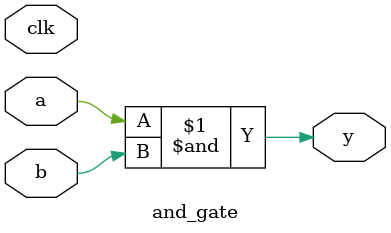
<source format=v>
module and_gate (
    input wire clk,
    input wire a,
    input wire b,
    output wire y
);
    assign y = a & b;
endmodule
</source>
